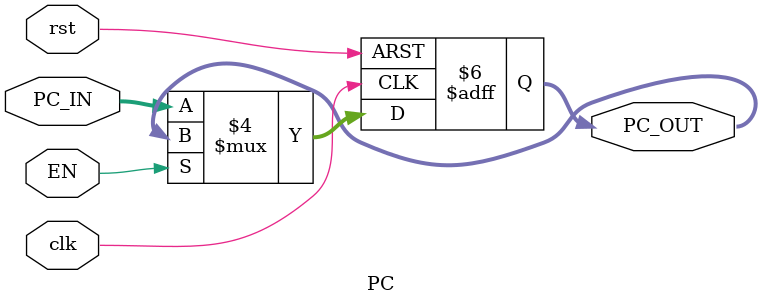
<source format=v>
module PC(

input  [31:0] PC_IN,
input clk,
input rst,
input EN,
output reg [31:0] PC_OUT

);

always @(posedge clk , negedge rst ) begin
    
    if (rst==0)
        PC_OUT<=32'b0;
    else if (!EN)
    PC_OUT<=PC_IN;


end

endmodule
</source>
